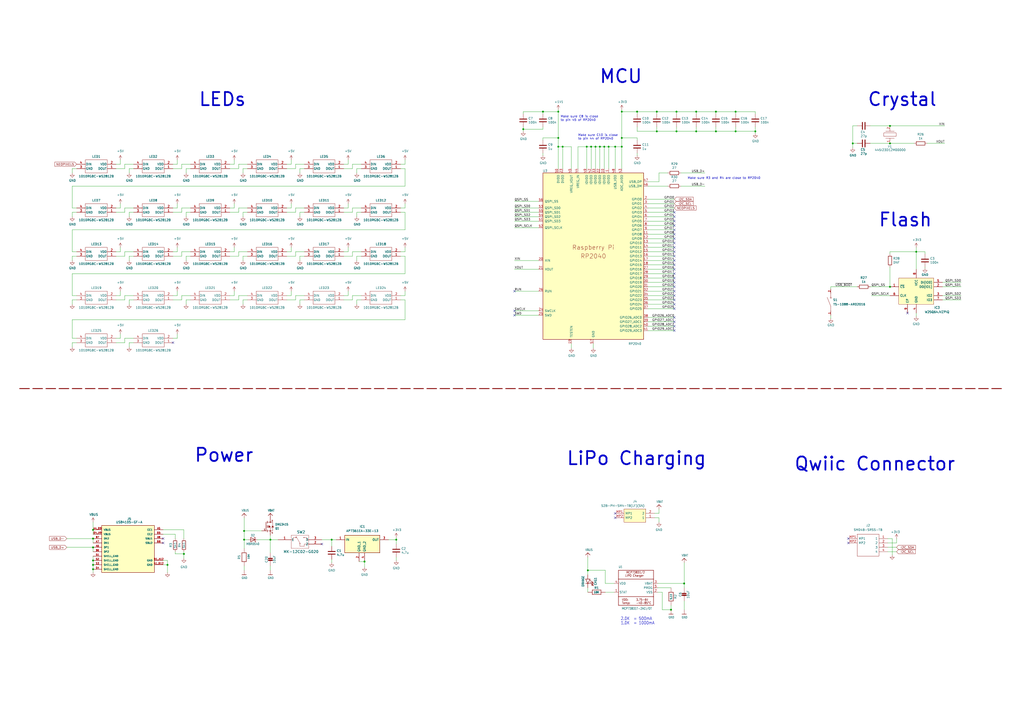
<source format=kicad_sch>
(kicad_sch (version 20231120) (generator "eeschema") (generator_version "8.0")
  (paper "A2")
  (junction (at 97.155 327.66))
  (junction (at 340.995 330.835))
  (junction (at 106.68 321.31))
  (junction (at 314.96 64.77))
  (junction (at 141.605 313.055))
  (junction (at 53.975 317.5))
  (junction (at 516.255 83.185))
  (junction (at 516.255 166.37))
  (junction (at 356.87 85.09))
  (junction (at 156.845 313.055))
  (junction (at 211.455 325.755))
  (junction (at 303.53 74.93))
  (junction (at 531.495 146.05))
  (junction (at 369.57 64.77))
  (junction (at 426.72 76.2))
  (junction (at 360.68 64.77))
  (junction (at 403.86 64.77))
  (junction (at 53.975 330.2))
  (junction (at 360.68 85.09))
  (junction (at 426.72 64.77))
  (junction (at 53.975 307.34))
  (junction (at 392.43 76.2))
  (junction (at 350.52 85.09))
  (junction (at 392.43 64.77))
  (junction (at 326.39 85.09))
  (junction (at 53.975 312.42))
  (junction (at 381 64.77))
  (junction (at 141.605 307.975))
  (junction (at 53.975 325.12))
  (junction (at 347.98 85.09))
  (junction (at 353.06 85.09))
  (junction (at 345.44 85.09))
  (junction (at 389.255 353.695))
  (junction (at 516.255 73.025))
  (junction (at 192.405 313.055))
  (junction (at 360.68 80.01))
  (junction (at 494.665 83.185))
  (junction (at 438.15 76.2))
  (junction (at 403.86 76.2))
  (junction (at 340.36 85.09))
  (junction (at 323.85 85.09))
  (junction (at 415.29 76.2))
  (junction (at 229.87 313.055))
  (junction (at 342.9 85.09))
  (junction (at 415.29 64.77))
  (junction (at 323.85 64.77))
  (junction (at 53.975 327.66))
  (junction (at 323.85 80.01))
  (junction (at 396.875 338.455))
  (junction (at 381 76.2))
  (no_connect (at 391.16 179.07))
  (no_connect (at 391.16 176.53))
  (no_connect (at 391.16 186.69))
  (no_connect (at 94.615 312.42))
  (no_connect (at 391.16 143.51))
  (no_connect (at 391.16 163.83))
  (no_connect (at 391.16 151.13))
  (no_connect (at 298.45 182.88))
  (no_connect (at 391.16 171.45))
  (no_connect (at 492.125 312.42))
  (no_connect (at 391.16 130.81))
  (no_connect (at 94.615 314.96))
  (no_connect (at 186.69 315.595))
  (no_connect (at 391.16 125.73))
  (no_connect (at 391.16 123.19))
  (no_connect (at 391.16 153.67))
  (no_connect (at 526.415 181.61))
  (no_connect (at 356.87 300.355))
  (no_connect (at 391.16 189.23))
  (no_connect (at 391.16 156.21))
  (no_connect (at 391.16 135.89))
  (no_connect (at 391.16 146.05))
  (no_connect (at 391.16 173.99))
  (no_connect (at 391.16 128.27))
  (no_connect (at 298.45 168.91))
  (no_connect (at 492.125 314.96))
  (no_connect (at 391.16 161.29))
  (no_connect (at 391.16 148.59))
  (no_connect (at 391.16 138.43))
  (no_connect (at 391.16 166.37))
  (no_connect (at 100.33 198.755))
  (no_connect (at 391.16 140.97))
  (no_connect (at 391.16 168.91))
  (no_connect (at 391.16 158.75))
  (no_connect (at 298.45 180.34))
  (no_connect (at 391.16 184.15))
  (no_connect (at 356.87 297.815))
  (no_connect (at 391.16 191.77))
  (no_connect (at 391.16 133.35))
  (wire (pts (xy 375.92 118.11) (xy 391.16 118.11)))
  (wire (pts (xy 171.45 171.45) (xy 171.45 173.99)))
  (wire (pts (xy 229.87 323.215) (xy 229.87 325.12)))
  (wire (pts (xy 166.37 146.05) (xy 168.91 146.05)))
  (wire (pts (xy 375.92 133.35) (xy 391.16 133.35)))
  (wire (pts (xy 176.53 146.05) (xy 171.45 146.05)))
  (wire (pts (xy 375.92 173.99) (xy 391.16 173.99)))
  (wire (pts (xy 375.92 138.43) (xy 391.16 138.43)))
  (wire (pts (xy 106.68 312.42) (xy 106.68 307.34)))
  (wire (pts (xy 225.425 313.055) (xy 229.87 313.055)))
  (wire (pts (xy 323.85 63.5) (xy 323.85 64.77)))
  (wire (pts (xy 379.73 297.815) (xy 382.27 297.815)))
  (wire (pts (xy 520.065 314.96) (xy 514.985 314.96)))
  (wire (pts (xy 53.975 317.5) (xy 53.975 320.04)))
  (wire (pts (xy 350.52 97.79) (xy 350.52 85.09)))
  (wire (pts (xy 314.96 80.01) (xy 323.85 80.01)))
  (wire (pts (xy 375.92 179.07) (xy 391.16 179.07)))
  (wire (pts (xy 41.91 198.755) (xy 44.45 198.755)))
  (wire (pts (xy 67.31 196.215) (xy 69.85 196.215)))
  (wire (pts (xy 74.93 148.59) (xy 77.47 148.59)))
  (wire (pts (xy 209.55 95.25) (xy 204.47 95.25)))
  (wire (pts (xy 156.845 310.515) (xy 156.845 313.055)) (stroke (width 0.1524)))
  (wire (pts (xy 67.31 95.25) (xy 69.85 95.25)))
  (wire (pts (xy 74.93 173.99) (xy 77.47 173.99)))
  (wire (pts (xy 105.41 173.99) (xy 100.33 173.99)))
  (wire (pts (xy 232.41 171.45) (xy 234.95 171.45)))
  (wire (pts (xy 426.72 76.2) (xy 438.15 76.2)))
  (wire (pts (xy 72.39 146.05) (xy 72.39 148.59)))
  (wire (pts (xy 41.91 173.99) (xy 44.45 173.99)))
  (wire (pts (xy 141.605 307.975) (xy 141.605 300.355)) (stroke (width 0.1524)))
  (wire (pts (xy 107.95 97.79) (xy 110.49 97.79)))
  (wire (pts (xy 102.87 92.71) (xy 102.87 95.25)))
  (wire (pts (xy 312.42 168.91) (xy 298.45 168.91)))
  (wire (pts (xy 74.93 198.755) (xy 77.47 198.755)))
  (wire (pts (xy 312.42 182.88) (xy 298.45 182.88)))
  (wire (pts (xy 375.92 186.69) (xy 391.16 186.69)))
  (wire (pts (xy 331.47 85.09) (xy 326.39 85.09)))
  (wire (pts (xy 546.735 166.37) (xy 557.53 166.37)))
  (wire (pts (xy 171.45 95.25) (xy 171.45 97.79)))
  (wire (pts (xy 379.73 300.355) (xy 382.27 300.355)))
  (wire (pts (xy 144.145 313.055) (xy 141.605 313.055)) (stroke (width 0.1524)))
  (wire (pts (xy 415.29 66.04) (xy 415.29 64.77)))
  (wire (pts (xy 166.37 171.45) (xy 168.91 171.45)))
  (wire (pts (xy 72.39 95.25) (xy 72.39 97.79)))
  (wire (pts (xy 375.92 107.95) (xy 387.35 107.95)))
  (wire (pts (xy 516.255 83.185) (xy 530.225 83.185)))
  (wire (pts (xy 110.49 120.65) (xy 105.41 120.65)))
  (wire (pts (xy 201.93 118.11) (xy 201.93 120.65)))
  (wire (pts (xy 234.95 118.11) (xy 234.95 120.65)))
  (wire (pts (xy 520.065 317.5) (xy 514.985 317.5)))
  (wire (pts (xy 351.155 343.535) (xy 356.235 343.535)) (stroke (width 0.1524)))
  (wire (pts (xy 173.99 148.59) (xy 176.53 148.59)))
  (wire (pts (xy 201.93 168.91) (xy 201.93 171.45)))
  (wire (pts (xy 171.45 120.65) (xy 171.45 123.19)))
  (wire (pts (xy 105.41 120.65) (xy 105.41 123.19)))
  (wire (pts (xy 546.735 163.83) (xy 557.53 163.83)))
  (wire (pts (xy 229.87 313.055) (xy 229.87 315.595)))
  (wire (pts (xy 381.635 340.995) (xy 389.255 340.995)) (stroke (width 0.1524)))
  (wire (pts (xy 209.55 171.45) (xy 204.47 171.45)))
  (wire (pts (xy 141.605 330.835) (xy 141.605 328.295)) (stroke (width 0.1524)))
  (wire (pts (xy 207.01 125.73) (xy 207.01 123.19)))
  (wire (pts (xy 323.85 85.09) (xy 323.85 97.79)))
  (wire (pts (xy 77.47 95.25) (xy 72.39 95.25)))
  (wire (pts (xy 204.47 146.05) (xy 204.47 148.59)))
  (wire (pts (xy 199.39 146.05) (xy 201.93 146.05)))
  (wire (pts (xy 72.39 123.19) (xy 67.31 123.19)))
  (wire (pts (xy 53.975 307.34) (xy 53.975 309.88)))
  (wire (pts (xy 106.68 323.85) (xy 106.68 321.31)))
  (wire (pts (xy 143.51 95.25) (xy 138.43 95.25)))
  (wire (pts (xy 298.45 120.65) (xy 312.42 120.65)))
  (wire (pts (xy 107.95 148.59) (xy 110.49 148.59)))
  (wire (pts (xy 211.455 328.93) (xy 211.455 325.755)))
  (wire (pts (xy 494.665 83.185) (xy 494.665 85.725)))
  (wire (pts (xy 173.99 173.99) (xy 176.53 173.99)))
  (wire (pts (xy 531.495 143.51) (xy 531.495 146.05)))
  (wire (pts (xy 340.36 85.09) (xy 342.9 85.09)))
  (wire (pts (xy 102.87 118.11) (xy 102.87 120.65)))
  (wire (pts (xy 381.635 338.455) (xy 396.875 338.455)) (stroke (width 0.1524)))
  (wire (pts (xy 375.92 171.45) (xy 391.16 171.45)))
  (wire (pts (xy 351.155 338.455) (xy 356.235 338.455)) (stroke (width 0.1524)))
  (wire (pts (xy 41.91 97.79) (xy 44.45 97.79)))
  (wire (pts (xy 138.43 171.45) (xy 138.43 173.99)))
  (wire (pts (xy 105.41 148.59) (xy 100.33 148.59)))
  (wire (pts (xy 168.91 92.71) (xy 168.91 95.25)))
  (wire (pts (xy 194.945 313.055) (xy 192.405 313.055)))
  (wire (pts (xy 531.495 183.515) (xy 531.495 181.61)))
  (wire (pts (xy 303.53 73.66) (xy 303.53 74.93)))
  (wire (pts (xy 135.89 168.91) (xy 135.89 171.45)))
  (wire (pts (xy 106.68 321.31) (xy 106.68 320.04)))
  (wire (pts (xy 69.85 118.11) (xy 69.85 120.65)))
  (wire (pts (xy 375.92 156.21) (xy 391.16 156.21)))
  (wire (pts (xy 375.92 176.53) (xy 391.16 176.53)))
  (wire (pts (xy 204.47 97.79) (xy 199.39 97.79)))
  (wire (pts (xy 340.995 330.835) (xy 351.155 330.835)) (stroke (width 0.1524)))
  (wire (pts (xy 156.845 313.055) (xy 161.29 313.055)))
  (wire (pts (xy 140.97 173.99) (xy 143.51 173.99)))
  (wire (pts (xy 396.875 326.39) (xy 396.875 338.455)) (stroke (width 0.1524)))
  (wire (pts (xy 356.87 97.79) (xy 356.87 85.09)))
  (wire (pts (xy 517.525 312.42) (xy 514.985 312.42)))
  (wire (pts (xy 520.065 320.04) (xy 514.985 320.04)))
  (wire (pts (xy 135.89 92.71) (xy 135.89 95.25)))
  (wire (pts (xy 41.91 146.05) (xy 44.45 146.05)))
  (wire (pts (xy 101.6 320.04) (xy 101.6 321.31)))
  (wire (pts (xy 77.47 120.65) (xy 72.39 120.65)))
  (wire (pts (xy 176.53 95.25) (xy 171.45 95.25)))
  (wire (pts (xy 207.01 173.99) (xy 209.55 173.99)))
  (wire (pts (xy 207.01 176.53) (xy 207.01 173.99)))
  (wire (pts (xy 516.255 154.94) (xy 516.255 166.37)))
  (wire (pts (xy 151.765 307.975) (xy 141.605 307.975)) (stroke (width 0.1524)))
  (wire (pts (xy 546.735 173.99) (xy 557.53 173.99)))
  (wire (pts (xy 204.47 171.45) (xy 204.47 173.99)))
  (wire (pts (xy 234.95 148.59) (xy 234.95 158.75)))
  (wire (pts (xy 186.69 313.055) (xy 192.405 313.055)))
  (wire (pts (xy 138.43 95.25) (xy 138.43 97.79)))
  (polyline (pts (xy 11.43 225.425) (xy 581.66 225.425)) (stroke (width 0.508) (type dash) (color 132 0 0 1)))
  (wire (pts (xy 173.99 151.13) (xy 173.99 148.59)))
  (wire (pts (xy 375.92 135.89) (xy 391.16 135.89)))
  (wire (pts (xy 176.53 171.45) (xy 171.45 171.45)))
  (wire (pts (xy 375.92 191.77) (xy 391.16 191.77)))
  (wire (pts (xy 375.92 115.57) (xy 391.16 115.57)))
  (wire (pts (xy 234.95 185.42) (xy 41.91 185.42)))
  (wire (pts (xy 106.68 307.34) (xy 94.615 307.34)))
  (wire (pts (xy 504.825 83.185) (xy 516.255 83.185)))
  (wire (pts (xy 173.99 97.79) (xy 176.53 97.79)))
  (wire (pts (xy 342.9 85.09) (xy 345.44 85.09)))
  (wire (pts (xy 415.29 73.66) (xy 415.29 76.2)))
  (wire (pts (xy 375.92 125.73) (xy 391.16 125.73)))
  (wire (pts (xy 97.155 325.12) (xy 94.615 325.12)))
  (wire (pts (xy 426.72 76.2) (xy 415.29 76.2)))
  (wire (pts (xy 204.47 123.19) (xy 199.39 123.19)))
  (wire (pts (xy 77.47 196.215) (xy 72.39 196.215)))
  (wire (pts (xy 41.91 158.75) (xy 41.91 171.45)))
  (wire (pts (xy 138.43 146.05) (xy 138.43 148.59)))
  (wire (pts (xy 312.42 180.34) (xy 298.45 180.34)))
  (wire (pts (xy 209.55 146.05) (xy 204.47 146.05)))
  (wire (pts (xy 143.51 146.05) (xy 138.43 146.05)))
  (wire (pts (xy 133.35 171.45) (xy 135.89 171.45)))
  (wire (pts (xy 168.91 143.51) (xy 168.91 146.05)))
  (wire (pts (xy 211.455 325.755) (xy 208.28 325.755)))
  (wire (pts (xy 382.27 300.355) (xy 382.27 302.895)))
  (wire (pts (xy 394.97 107.95) (xy 408.94 107.95)))
  (wire (pts (xy 394.97 100.33) (xy 408.94 100.33)))
  (wire (pts (xy 204.47 148.59) (xy 199.39 148.59)))
  (wire (pts (xy 149.225 313.055) (xy 156.845 313.055)) (stroke (width 0.1524)))
  (wire (pts (xy 381 76.2) (xy 369.57 76.2)))
  (wire (pts (xy 323.85 80.01) (xy 323.85 85.09)))
  (wire (pts (xy 326.39 97.79) (xy 326.39 85.09)))
  (wire (pts (xy 94.615 327.66) (xy 97.155 327.66)))
  (wire (pts (xy 105.41 97.79) (xy 100.33 97.79)))
  (wire (pts (xy 403.86 76.2) (xy 392.43 76.2)))
  (wire (pts (xy 331.47 97.79) (xy 331.47 85.09)))
  (wire (pts (xy 53.975 327.66) (xy 53.975 330.2)))
  (wire (pts (xy 340.995 330.835) (xy 340.995 333.375)))
  (wire (pts (xy 133.35 146.05) (xy 135.89 146.05)))
  (wire (pts (xy 74.93 97.79) (xy 77.47 97.79)))
  (wire (pts (xy 360.68 85.09) (xy 360.68 97.79)))
  (wire (pts (xy 41.91 125.73) (xy 41.91 123.19)))
  (wire (pts (xy 350.52 85.09) (xy 353.06 85.09)))
  (wire (pts (xy 173.99 176.53) (xy 173.99 173.99)))
  (wire (pts (xy 353.06 85.09) (xy 356.87 85.09)))
  (wire (pts (xy 536.575 154.94) (xy 536.575 155.575)))
  (wire (pts (xy 74.93 176.53) (xy 74.93 173.99)))
  (wire (pts (xy 375.92 105.41) (xy 382.27 105.41)))
  (wire (pts (xy 69.85 168.91) (xy 69.85 171.45)))
  (wire (pts (xy 360.68 63.5) (xy 360.68 64.77)))
  (wire (pts (xy 360.68 80.01) (xy 360.68 85.09)))
  (wire (pts (xy 382.27 100.33) (xy 382.27 105.41)))
  (wire (pts (xy 504.825 166.37) (xy 516.255 166.37)))
  (wire (pts (xy 403.86 66.04) (xy 403.86 64.77)))
  (wire (pts (xy 234.95 168.91) (xy 234.95 171.45)))
  (wire (pts (xy 110.49 171.45) (xy 105.41 171.45)))
  (wire (pts (xy 314.96 74.93) (xy 314.96 73.66)))
  (wire (pts (xy 335.28 97.79) (xy 335.28 85.09)))
  (wire (pts (xy 375.92 166.37) (xy 391.16 166.37)))
  (wire (pts (xy 342.9 97.79) (xy 342.9 85.09)))
  (wire (pts (xy 298.45 125.73) (xy 312.42 125.73)))
  (wire (pts (xy 381 66.04) (xy 381 64.77)))
  (wire (pts (xy 326.39 85.09) (xy 323.85 85.09)))
  (wire (pts (xy 41.91 171.45) (xy 44.45 171.45)))
  (wire (pts (xy 340.995 323.215) (xy 340.995 330.835)) (stroke (width 0.1524)))
  (wire (pts (xy 375.92 168.91) (xy 391.16 168.91)))
  (wire (pts (xy 105.41 171.45) (xy 105.41 173.99)))
  (wire (pts (xy 41.91 185.42) (xy 41.91 196.215)))
  (wire (pts (xy 199.39 120.65) (xy 201.93 120.65)))
  (wire (pts (xy 360.68 64.77) (xy 369.57 64.77)))
  (wire (pts (xy 97.155 332.105) (xy 97.155 327.66)))
  (wire (pts (xy 102.87 193.675) (xy 102.87 196.215)))
  (wire (pts (xy 375.92 146.05) (xy 391.16 146.05)))
  (wire (pts (xy 536.575 147.32) (xy 536.575 146.05)))
  (wire (pts (xy 173.99 100.33) (xy 173.99 97.79)))
  (wire (pts (xy 140.97 176.53) (xy 140.97 173.99)))
  (wire (pts (xy 135.89 118.11) (xy 135.89 120.65)))
  (wire (pts (xy 369.57 88.9) (xy 369.57 90.17)))
  (wire (pts (xy 140.97 97.79) (xy 143.51 97.79)))
  (wire (pts (xy 72.39 171.45) (xy 72.39 173.99)))
  (wire (pts (xy 41.91 120.65) (xy 44.45 120.65)))
  (wire (pts (xy 375.92 143.51) (xy 391.16 143.51)))
  (wire (pts (xy 546.735 171.45) (xy 557.53 171.45)))
  (wire (pts (xy 72.39 97.79) (xy 67.31 97.79)))
  (wire (pts (xy 41.91 151.13) (xy 41.91 148.59)))
  (wire (pts (xy 375.92 189.23) (xy 391.16 189.23)))
  (wire (pts (xy 67.31 146.05) (xy 69.85 146.05)))
  (wire (pts (xy 171.45 173.99) (xy 166.37 173.99)))
  (wire (pts (xy 347.98 85.09) (xy 350.52 85.09)))
  (wire (pts (xy 314.96 81.28) (xy 314.96 80.01)))
  (wire (pts (xy 204.47 173.99) (xy 199.39 173.99)))
  (wire (pts (xy 396.875 348.615) (xy 396.875 353.695)) (stroke (width 0.1524)))
  (wire (pts (xy 381.635 343.535) (xy 384.175 343.535)) (stroke (width 0.1524)))
  (wire (pts (xy 415.29 76.2) (xy 403.86 76.2)))
  (wire (pts (xy 369.57 64.77) (xy 381 64.77)))
  (wire (pts (xy 375.92 163.83) (xy 391.16 163.83)))
  (wire (pts (xy 516.255 146.05) (xy 531.495 146.05)))
  (wire (pts (xy 232.41 123.19) (xy 234.95 123.19)))
  (wire (pts (xy 298.45 151.13) (xy 312.42 151.13)))
  (wire (pts (xy 101.6 321.31) (xy 106.68 321.31)))
  (wire (pts (xy 207.01 151.13) (xy 207.01 148.59)))
  (wire (pts (xy 110.49 95.25) (xy 105.41 95.25)))
  (wire (pts (xy 340.36 97.79) (xy 340.36 85.09)))
  (wire (pts (xy 303.53 74.93) (xy 303.53 76.2)))
  (wire (pts (xy 41.91 133.35) (xy 41.91 146.05)))
  (wire (pts (xy 481.965 166.37) (xy 497.205 166.37)))
  (wire (pts (xy 140.97 151.13) (xy 140.97 148.59)))
  (wire (pts (xy 207.01 123.19) (xy 209.55 123.19)))
  (wire (pts (xy 392.43 66.04) (xy 392.43 64.77)))
  (wire (pts (xy 516.255 73.025) (xy 548.005 73.025)))
  (wire (pts (xy 392.43 76.2) (xy 381 76.2)))
  (wire (pts (xy 351.155 330.835) (xy 351.155 338.455)) (stroke (width 0.1524)))
  (wire (pts (xy 344.17 199.39) (xy 344.17 201.93)))
  (wire (pts (xy 375.92 158.75) (xy 391.16 158.75)))
  (wire (pts (xy 345.44 97.79) (xy 345.44 85.09)))
  (wire (pts (xy 335.28 85.09) (xy 340.36 85.09)))
  (wire (pts (xy 232.41 173.99) (xy 234.95 173.99)))
  (wire (pts (xy 166.37 95.25) (xy 168.91 95.25)))
  (wire (pts (xy 171.45 97.79) (xy 166.37 97.79)))
  (wire (pts (xy 74.93 201.295) (xy 74.93 198.755)))
  (wire (pts (xy 375.92 153.67) (xy 391.16 153.67)))
  (wire (pts (xy 303.53 74.93) (xy 314.96 74.93)))
  (wire (pts (xy 381 73.66) (xy 381 76.2)))
  (wire (pts (xy 44.45 196.215) (xy 41.91 196.215)))
  (wire (pts (xy 207.01 97.79) (xy 209.55 97.79)))
  (wire (pts (xy 141.605 318.135) (xy 141.605 313.055)) (stroke (width 0.1524)))
  (wire (pts (xy 67.31 120.65) (xy 69.85 120.65)))
  (wire (pts (xy 369.57 73.66) (xy 369.57 76.2)))
  (wire (pts (xy 312.42 156.21) (xy 298.45 156.21)))
  (wire (pts (xy 340.995 340.995) (xy 340.995 343.535)))
  (wire (pts (xy 41.91 198.755) (xy 41.91 201.295)))
  (wire (pts (xy 314.96 66.04) (xy 314.96 64.77)))
  (wire (pts (xy 67.31 171.45) (xy 69.85 171.45)))
  (wire (pts (xy 201.93 92.71) (xy 201.93 95.25)))
  (wire (pts (xy 140.97 125.73) (xy 140.97 123.19)))
  (wire (pts (xy 426.72 64.77) (xy 438.15 64.77)))
  (wire (pts (xy 232.41 146.05) (xy 234.95 146.05)))
  (wire (pts (xy 347.98 97.79) (xy 347.98 85.09)))
  (wire (pts (xy 531.495 146.05) (xy 531.495 156.21)))
  (wire (pts (xy 314.96 88.9) (xy 314.96 90.17)))
  (wire (pts (xy 171.45 146.05) (xy 171.45 148.59)))
  (wire (pts (xy 41.91 107.95) (xy 41.91 120.65)))
  (wire (pts (xy 438.15 73.66) (xy 438.15 76.2)))
  (wire (pts (xy 375.92 130.81) (xy 391.16 130.81)))
  (wire (pts (xy 505.46 171.45) (xy 516.255 171.45)))
  (wire (pts (xy 102.87 168.91) (xy 102.87 171.45)))
  (wire (pts (xy 232.41 120.65) (xy 234.95 120.65)))
  (wire (pts (xy 133.35 95.25) (xy 135.89 95.25)))
  (wire (pts (xy 77.47 146.05) (xy 72.39 146.05)))
  (wire (pts (xy 38.735 312.42) (xy 53.975 312.42)))
  (wire (pts (xy 41.91 100.33) (xy 41.91 97.79)))
  (wire (pts (xy 72.39 198.755) (xy 67.31 198.755)))
  (wire (pts (xy 192.405 313.055) (xy 192.405 316.865)))
  (wire (pts (xy 192.405 326.39) (xy 192.405 324.485)))
  (wire (pts (xy 97.155 327.66) (xy 97.155 325.12)))
  (wire (pts (xy 396.875 338.455) (xy 396.875 340.995)) (stroke (width 0.1524)))
  (wire (pts (xy 369.57 81.28) (xy 369.57 80.01)))
  (wire (pts (xy 133.35 120.65) (xy 135.89 120.65)))
  (wire (pts (xy 234.95 158.75) (xy 41.91 158.75)))
  (wire (pts (xy 298.45 123.19) (xy 312.42 123.19)))
  (wire (pts (xy 207.01 148.59) (xy 209.55 148.59)))
  (wire (pts (xy 303.53 66.04) (xy 303.53 64.77)))
  (wire (pts (xy 102.87 143.51) (xy 102.87 146.05)))
  (wire (pts (xy 504.825 73.025) (xy 516.255 73.025)))
  (wire (pts (xy 375.92 140.97) (xy 391.16 140.97)))
  (wire (pts (xy 140.97 148.59) (xy 143.51 148.59)))
  (wire (pts (xy 100.33 171.45) (xy 102.87 171.45)))
  (wire (pts (xy 199.39 95.25) (xy 201.93 95.25)))
  (wire (pts (xy 53.975 322.58) (xy 53.975 325.12)))
  (wire (pts (xy 204.47 95.25) (xy 204.47 97.79)))
  (wire (pts (xy 69.85 92.71) (xy 69.85 95.25)))
  (wire (pts (xy 234.95 97.79) (xy 234.95 107.95)))
  (wire (pts (xy 168.91 118.11) (xy 168.91 120.65)))
  (wire (pts (xy 403.86 64.77) (xy 415.29 64.77)))
  (wire (pts (xy 77.47 171.45) (xy 72.39 171.45)))
  (wire (pts (xy 168.91 168.91) (xy 168.91 171.45)))
  (wire (pts (xy 41.91 176.53) (xy 41.91 173.99)))
  (wire (pts (xy 360.68 80.01) (xy 369.57 80.01)))
  (wire (pts (xy 323.85 64.77) (xy 323.85 80.01)))
  (wire (pts (xy 520.065 312.42) (xy 520.065 314.96)))
  (wire (pts (xy 382.27 100.33) (xy 387.35 100.33)))
  (wire (pts (xy 100.33 95.25) (xy 102.87 95.25)))
  (wire (pts (xy 72.39 120.65) (xy 72.39 123.19)))
  (wire (pts (xy 176.53 120.65) (xy 171.45 120.65)))
  (wire (pts (xy 204.47 120.65) (xy 204.47 123.19)))
  (wire (pts (xy 135.89 143.51) (xy 135.89 146.05)))
  (wire (pts (xy 403.86 73.66) (xy 403.86 76.2)))
  (wire (pts (xy 100.33 120.65) (xy 102.87 120.65)))
  (wire (pts (xy 171.45 123.19) (xy 166.37 123.19)))
  (wire (pts (xy 375.92 161.29) (xy 391.16 161.29)))
  (wire (pts (xy 173.99 123.19) (xy 176.53 123.19)))
  (wire (pts (xy 110.49 146.05) (xy 105.41 146.05)))
  (wire (pts (xy 375.92 123.19) (xy 391.16 123.19)))
  (wire (pts (xy 426.72 66.04) (xy 426.72 64.77)))
  (wire (pts (xy 41.91 148.59) (xy 44.45 148.59)))
  (wire (pts (xy 74.93 151.13) (xy 74.93 148.59)))
  (wire (pts (xy 201.93 143.51) (xy 201.93 146.05)))
  (wire (pts (xy 481.965 166.37) (xy 481.965 167.64)))
  (wire (pts (xy 375.92 128.27) (xy 391.16 128.27)))
  (wire (pts (xy 438.15 66.04) (xy 438.15 64.77)))
  (wire (pts (xy 381 64.77) (xy 392.43 64.77)))
  (wire (pts (xy 69.85 143.51) (xy 69.85 146.05)))
  (wire (pts (xy 105.41 95.25) (xy 105.41 97.79)))
  (wire (pts (xy 415.29 64.77) (xy 426.72 64.77)))
  (wire (pts (xy 53.975 302.895) (xy 53.975 307.34)))
  (wire (pts (xy 38.735 317.5) (xy 53.975 317.5)))
  (wire (pts (xy 173.99 125.73) (xy 173.99 123.19)))
  (wire (pts (xy 392.43 73.66) (xy 392.43 76.2)))
  (wire (pts (xy 107.95 125.73) (xy 107.95 123.19)))
  (wire (pts (xy 209.55 120.65) (xy 204.47 120.65)))
  (wire (pts (xy 384.175 353.695) (xy 389.255 353.695)) (stroke (width 0.1524)))
  (wire (pts (xy 94.615 309.88) (xy 101.6 309.88)))
  (wire (pts (xy 72.39 196.215) (xy 72.39 198.755)))
  (wire (pts (xy 41.91 123.19) (xy 44.45 123.19)))
  (wire (pts (xy 312.42 132.08) (xy 298.45 132.08)))
  (wire (pts (xy 234.95 133.35) (xy 41.91 133.35)))
  (wire (pts (xy 481.965 184.785) (xy 481.965 182.88)))
  (wire (pts (xy 303.53 64.77) (xy 314.96 64.77)))
  (wire (pts (xy 74.93 100.33) (xy 74.93 97.79)))
  (wire (pts (xy 207.01 100.33) (xy 207.01 97.79)))
  (wire (pts (xy 375.92 184.15) (xy 391.16 184.15)))
  (wire (pts (xy 234.95 92.71) (xy 234.95 95.25)))
  (wire (pts (xy 375.92 151.13) (xy 391.16 151.13)))
  (wire (pts (xy 312.42 116.84) (xy 298.45 116.84)))
  (wire (pts (xy 298.45 128.27) (xy 312.42 128.27)))
  (wire (pts (xy 234.95 173.99) (xy 234.95 185.42)))
  (wire (pts (xy 537.845 83.185) (xy 548.005 83.185)))
  (wire (pts (xy 138.43 123.19) (xy 133.35 123.19)))
  (wire (pts (xy 331.47 199.39) (xy 331.47 201.93)))
  (wire (pts (xy 497.205 83.185) (xy 494.665 83.185)))
  (wire (pts (xy 72.39 173.99) (xy 67.31 173.99)))
  (wire (pts (xy 171.45 148.59) (xy 166.37 148.59)))
  (wire (pts (xy 105.41 123.19) (xy 100.33 123.19)))
  (wire (pts (xy 360.68 64.77) (xy 360.68 80.01)))
  (wire (pts (xy 100.33 196.215) (xy 102.87 196.215)))
  (wire (pts (xy 516.255 147.32) (xy 516.255 146.05)))
  (wire (pts (xy 140.97 123.19) (xy 143.51 123.19)))
  (wire (pts (xy 166.37 120.65) (xy 168.91 120.65)))
  (wire (pts (xy 517.525 321.945) (xy 517.525 312.42)))
  (wire (pts (xy 138.43 173.99) (xy 133.35 173.99)))
  (wire (pts (xy 375.92 148.59) (xy 391.16 148.59)))
  (wire (pts (xy 232.41 148.59) (xy 234.95 148.59)))
  (wire (pts (xy 140.97 100.33) (xy 140.97 97.79)))
  (wire (pts (xy 232.41 95.25) (xy 234.95 95.25)))
  (wire (pts (xy 69.85 193.675) (xy 69.85 196.215)))
  (wire (pts (xy 53.975 332.105) (xy 53.975 330.2)))
  (wire (pts (xy 438.15 76.2) (xy 438.15 77.47)))
  (wire (pts (xy 392.43 64.77) (xy 403.86 64.77)))
  (wire (pts (xy 156.845 328.295) (xy 156.845 330.835)) (stroke (width 0.1524)))
  (wire (pts (xy 375.92 120.65) (xy 391.16 120.65)))
  (wire (pts (xy 143.51 120.65) (xy 138.43 120.65)))
  (wire (pts (xy 72.39 148.59) (xy 67.31 148.59)))
  (wire (pts (xy 107.95 151.13) (xy 107.95 148.59)))
  (wire (pts (xy 536.575 146.05) (xy 531.495 146.05)))
  (wire (pts (xy 107.95 100.33) (xy 107.95 97.79)))
  (wire (pts (xy 232.41 97.79) (xy 234.95 97.79)))
  (wire (pts (xy 141.605 313.055) (xy 141.605 307.975)) (stroke (width 0.1524)))
  (wire (pts (xy 138.43 148.59) (xy 133.35 148.59)))
  (wire (pts (xy 105.41 146.05) (xy 105.41 148.59)))
  (wire (pts (xy 234.95 143.51) (xy 234.95 146.05)))
  (wire (pts (xy 143.51 171.45) (xy 138.43 171.45)))
  (wire (pts (xy 74.93 123.19) (xy 77.47 123.19)))
  (wire (pts (xy 234.95 107.95) (xy 41.91 107.95)))
  (wire (pts (xy 138.43 120.65) (xy 138.43 123.19)))
  (wire (pts (xy 382.27 297.815) (xy 382.27 295.275)))
  (wire (pts (xy 345.44 85.09) (xy 347.98 85.09)))
  (wire (pts (xy 74.93 125.73) (xy 74.93 123.19)))
  (wire (pts (xy 107.95 176.53) (xy 107.95 173.99)))
  (wire (pts (xy 389.255 351.155) (xy 389.255 353.695)) (stroke (width 0.1524)))
  (wire (pts (xy 199.39 171.45) (xy 201.93 171.45)))
  (wire (pts (xy 353.06 85.09) (xy 353.06 97.79)))
  (wire (pts (xy 229.87 313.055) (xy 229.87 311.785)))
  (wire (pts (xy 497.205 73.025) (xy 494.665 73.025)))
  (wire (pts (xy 100.33 146.05) (xy 102.87 146.05)))
  (wire (pts (xy 356.87 85.09) (xy 360.68 85.09)))
  (wire (pts (xy 107.95 123.19) (xy 110.49 123.19)))
  (wire (pts (xy 384.175 343.535) (xy 384.175 353.695)) (stroke (width 0.1524)))
  (wire (pts (xy 494.665 73.025) (xy 494.665 83.185)))
  (wire (pts (xy 101.6 312.42) (xy 101.6 309.88)))
  (wire (pts (xy 138.43 97.79) (xy 133.35 97.79)))
  (wire (pts (xy 426.72 73.66) (xy 426.72 76.2)))
  (wire (pts (xy 107.95 173.99) (xy 110.49 173.99)))
  (wire (pts (xy 156.845 313.055) (xy 156.845 320.675)) (stroke (width 0.1524)))
  (wire (pts (xy 369.57 66.04) (xy 369.57 64.77)))
  (wire (pts (xy 234.95 123.19) (xy 234.95 133.35)))
  (wire (pts (xy 53.975 312.42) (xy 53.975 314.96)))
  (wire (pts (xy 314.96 64.77) (xy 323.85 64.77)))
  (wire (pts (xy 53.975 325.12) (xy 53.975 327.66)))
  (text "2.0K  = 500mA" (at 360.045 360.045 0) (effects (font (size 1.778 1.5113)) (justify left bottom)))
  (text "Crystal\n" (at 502.92 62.23 0) (effects (font (size 7.62 7.62) (thickness 1.016) (bold yes)) (justify left bottom)))
  (text "Make sure C10 is close\nto pin 44 of RP2040" (at 335.28 81.28 0) (effects (font (size 1.27 1.27)) (justify left bottom)))
  (text "Power" (at 112.395 268.605 0) (effects (font (size 7.62 7.62) (thickness 1.016) (bold yes)) (justify left bottom)))
  (text "LEDs" (at 114.935 62.23 0) (effects (font (size 7.62 7.62) (thickness 1.016) (bold yes)) (justify left bottom)))
  (text "LiPo Charging" (at 328.295 270.51 0) (effects (font (size 7.62 7.62) (thickness 1.016) (bold yes)) (justify left bottom)))
  (text "1.0K  = 1000mA" (at 360.045 362.585 0) (effects (font (size 1.778 1.5113)) (justify left bottom)))
  (text "Make sure C8 is close\nto pin 45 of RP2040" (at 325.12 70.485 0) (effects (font (size 1.27 1.27)) (justify left bottom)))
  (text "Qwiic Connector" (at 460.375 273.685 0) (effects (font (size 7.62 7.62) (thickness 1.016) (bold yes)) (justify left bottom)))
  (text "Make sure R3 and R4 are close to RP2040" (at 398.78 104.14 0) (effects (font (size 1.27 1.27)) (justify left bottom)))
  (text "Flash\n" (at 509.27 132.08 0) (effects (font (size 7.62 7.62) (thickness 1.016) (bold yes)) (justify left bottom)))
  (text "MCU" (at 347.345 48.895 0) (effects (font (size 7.62 7.62) (thickness 1.016) (bold yes)) (justify left bottom)))
  (label "GPIO3" (at 391.16 123.19 180))
  (label "SWCLK" (at 298.45 180.34 0))
  (label "GPIO20" (at 391.16 166.37 180))
  (label "GPIO0" (at 391.16 115.57 180))
  (label "SWD" (at 298.45 182.88 0))
  (label "GPIO7" (at 391.16 133.35 180))
  (label "QSPI_SS" (at 298.45 116.84 0))
  (label "QSPI_SS" (at 505.46 166.37 0))
  (label "QSPI_SD2" (at 298.45 125.73 0))
  (label "QSPI_SD2" (at 557.53 171.45 180))
  (label "GPIO17" (at 391.16 158.75 180))
  (label "GPIO27_ADC1" (at 391.16 186.69 180))
  (label "QSPI_SD0" (at 557.53 163.83 180))
  (label "GPIO13" (at 391.16 148.59 180))
  (label "USB_D-" (at 408.94 107.95 180))
  (label "GPIO10" (at 391.16 140.97 180))
  (label "GPIO15" (at 391.16 153.67 180))
  (label "GPIO12" (at 391.16 146.05 180))
  (label "GPIO11" (at 391.16 143.51 180))
  (label "QSPI_SD1" (at 557.53 166.37 180))
  (label "GPIO26_ADC0" (at 391.16 184.15 180))
  (label "GPIO24" (at 391.16 176.53 180))
  (label "XOUT" (at 548.005 83.185 180))
  (label "GPIO4" (at 391.16 125.73 180))
  (label "GPIO22" (at 391.16 171.45 180))
  (label "USB_D+" (at 408.94 100.33 180))
  (label "GPIO23" (at 391.16 173.99 180))
  (label "QSPI_SD1" (at 298.45 123.19 0))
  (label "QSPI_SD0" (at 298.45 120.65 0))
  (label "XOUT" (at 298.45 156.21 0))
  (label "RUN" (at 298.45 168.91 0))
  (label "QSPI_SD3" (at 557.53 173.99 180))
  (label "~{USB_BOOT}" (at 484.505 166.37 0))
  (label "QSPI_SD3" (at 298.45 128.27 0))
  (label "GPIO19" (at 391.16 163.83 180))
  (label "GPIO1" (at 391.16 118.11 180))
  (label "GPIO28_ADC2" (at 391.16 189.23 180))
  (label "GPIO5" (at 391.16 128.27 180))
  (label "GPIO2" (at 391.16 120.65 180))
  (label "GPIO8" (at 391.16 135.89 180))
  (label "GPIO16" (at 391.16 156.21 180))
  (label "GPIO18" (at 391.16 161.29 180))
  (label "GPIO25" (at 391.16 179.07 180))
  (label "GPIO14" (at 391.16 151.13 180))
  (label "XIN" (at 548.005 73.025 180))
  (label "GPIO29_ADC3" (at 391.16 191.77 180))
  (label "GPIO21" (at 391.16 168.91 180))
  (label "QSPI_SCLK" (at 505.46 171.45 0))
  (label "QSPI_SCLK" (at 298.45 132.08 0))
  (label "GPIO9" (at 391.16 138.43 180))
  (label "XIN" (at 298.45 151.13 0))
  (label "GPIO6" (at 391.16 130.81 180))
  (global_label "USB_D-" (shape input) (at 38.735 312.42 180) (property "Intersheetrefs" "${INTERSHEET_REFS}" (effects (hide yes))))
  (global_label " I2C_SDA" (shape input) (at 520.065 317.5 0) (property "Intersheetrefs" "${INTERSHEET_REFS}" (effects (hide yes))))
  (global_label "NEOPIXELS" (shape input) (at 44.45 95.25 180) (property "Intersheetrefs" "${INTERSHEET_REFS}" (effects (hide yes))))
  (global_label " I2C_SCL" (shape input) (at 520.065 320.04 0) (property "Intersheetrefs" "${INTERSHEET_REFS}" (effects (hide yes))))
  (global_label "NEOPIXELS" (shape input) (at 391.16 120.65 0) (property "Intersheetrefs" "${INTERSHEET_REFS}" (effects (hide yes))))
  (global_label " I2C_SCL" (shape input) (at 391.16 118.11 0) (property "Intersheetrefs" "${INTERSHEET_REFS}" (effects (hide yes))))
  (global_label "USB_D+" (shape input) (at 38.735 317.5 180) (property "Intersheetrefs" "${INTERSHEET_REFS}" (effects (hide yes))))
  (global_label " I2C_SDA" (shape input) (at 391.16 115.57 0) (property "Intersheetrefs" "${INTERSHEET_REFS}" (effects (hide yes))))
  (symbol (lib_id "power:GND") (at 74.93 176.53 0) (unit 1)
    (property "Reference" "#PWR039" (effects (hide yes)))
    (property "Value" "GND" (effects (hide yes)))
  )
  (symbol (lib_id "power:+3V3") (at 229.87 311.785 0) (unit 1)
    (property "Reference" "#PWR0110" (effects (hide yes)))
    (property "Value" "+3V3" (at 230.251 307.3908 0))
  )
  (symbol (lib_id "Device:C") (at 229.87 319.405 0) (unit 1)
    (property "Reference" "C2" (at 232.791 318.2366 0) (effects (justify left)))
    (property "Value" "4.7u" (at 232.791 320.548 0) (effects (justify left)))
    (property "Footprint" "Capacitor_SMD:C_0603_1608Metric" (effects (hide yes)))
  )
  (symbol (lib_id "53261-0271:53261-0271") (at 379.73 297.815 0) (mirror y) (unit 1)
    (property "Reference" "J4" (at 368.3 290.83 0))
    (property "Value" "S2B-PH-SM4-TB(LF)(SN)" (at 361.315 293.37 0))
    (property "Footprint" "Connector_JST:JST_PH_S2B-PH-SM4-TB_1x02-1MP_P2.00mm_Horizontal" (effects (hide yes)))
    (property "Datasheet" "https://www.molex.com/pdm_docs/sd/532610271_sd.pdf" (effects (hide yes)))
    (property "Description" "1.25mm Pitch, PicoBlade PCB Header, Single Row, Right-Angle, Surface Mount, Tin (Sn) Plating, Friction Lock,  Circuits, Tape and Reel" (effects (hide yes)))
    (property "Height" "3.65" (effects (hide yes)))
    (property "Mouser Part Number" "538-53261-0271" (effects (hide yes)))
    (property "Mouser Price/Stock" "https://www.mouser.co.uk/ProductDetail/Molex/53261-0271?qs=%252B72YyncTwW%252B8%252BBjraxGf3A%3D%3D" (effects (hide yes)))
    (property "Manufacturer_Name" "Molex" (effects (hide yes)))
    (property "Manufacturer_Part_Number" "53261-0271" (effects (hide yes)))
  )
  (symbol (lib_id "power:GND") (at 41.91 151.13 0) (unit 1)
    (property "Reference" "#PWR025" (effects (hide yes)))
    (property "Value" "GND" (at 42.037 155.5242 0))
  )
  (symbol (lib_id "Adafruit Feather RP2040-eagle-import:CAP_CERAMIC0805-NOOUTLINE") (at 396.875 346.075 0) (unit 1)
    (property "Reference" "C6" (at 394.585 344.825 90))
    (property "Value" "10uF" (at 399.175 344.825 90))
    (property "Footprint" "Capacitor_SMD:C_0805_2012Metric" (effects (hide yes)))
  )
  (symbol (lib_id "power:GND") (at 74.93 125.73 0) (unit 1)
    (property "Reference" "#PWR015" (effects (hide yes)))
    (property "Value" "GND" (at 75.057 130.1242 0))
  )
  (symbol (lib_id "XL-1010RGBC-WS2812B:XL-1010RGBC-WS2812B") (at 187.96 147.32 180) (unit 1)
    (property "Reference" "LED17" (at 187.96 141.605 0))
    (property "Value" "1010RGBC-WS2812B" (at 187.96 153.035 0))
    (property "Footprint" "XL-1010RGBC-WS2812B:SMD4_XL-1010RGBC_XLG" (effects (hide yes)))
    (property "Datasheet" "XL-1010RGBC-WS2812B" (effects (hide yes)))
  )
  (symbol (lib_id "power:GND") (at 192.405 326.39 0) (unit 1)
    (property "Reference" "#PWR50" (effects (hide yes)))
    (property "Value" "GND" (at 192.405 330.835 0))
  )
  (symbol (lib_id "power:+5V") (at 69.85 143.51 0) (unit 1)
    (property "Reference" "#PWR026" (effects (hide yes)))
    (property "Value" "+5V" (at 69.85 138.43 0))
  )
  (symbol (lib_id "power:GND") (at 438.15 77.47 0) (unit 1)
    (property "Reference" "#PWR0118" (effects (hide yes)))
    (property "Value" "GND" (at 438.277 81.8642 0))
  )
  (symbol (lib_id "power:+5V") (at 135.89 118.11 0) (unit 1)
    (property "Reference" "#PWR018" (effects (hide yes)))
    (property "Value" "+5V" (at 135.89 113.03 0))
  )
  (symbol (lib_id "Adafruit Feather RP2040-eagle-import:MCP73831/2") (at 368.935 340.995 0) (unit 1)
    (property "Reference" "U1" (at 358.775 329.565 0) (effects (font (size 1.27 1.0795)) (justify left bottom)))
    (property "Value" "MCP73831T-2ACI/OT" (at 360.68 353.695 0) (effects (font (size 1.27 1.0795)) (justify left bottom)))
    (property "Footprint" "MCP73831T-2ACI:SOT95P270X145-5N" (effects (hide yes)))
  )
  (symbol (lib_id "power:GND") (at 211.455 328.93 0) (unit 1)
    (property "Reference" "#PWR49" (effects (hide yes)))
    (property "Value" "GND" (at 211.455 333.375 0))
  )
  (symbol (lib_id "Adafruit Feather RP2040-eagle-import:CAP_CERAMIC0805-NOOUTLINE") (at 156.845 325.755 0) (unit 1)
    (property "Reference" "C20" (at 154.555 324.505 90))
    (property "Value" "10uF" (at 159.145 324.505 90))
    (property "Footprint" "Capacitor_SMD:C_0805_2012Metric" (effects (hide yes)))
  )
  (symbol (lib_id "power:GND") (at 74.93 201.295 0) (unit 1)
    (property "Reference" "#PWR59" (effects (hide yes)))
    (property "Value" "GND" (effects (hide yes)))
  )
  (symbol (lib_id "SM04B-SRSS-TB:SM04B-SRSS-TB") (at 492.125 312.42 0) (unit 1)
    (property "Reference" "J2" (at 503.555 304.8 0))
    (property "Value" "SM04B-SRSS-TB" (at 503.555 307.34 0))
    (property "Footprint" "SM04B-SRSS-TB:SM04BSRSSTB" (effects (hide yes)))
    (property "Datasheet" "https://www.jst-mfg.com/product/pdf/eng/eSH.pdf?61bf6c80a2dbc" (effects (hide yes)))
    (property "Description" "CONN HEADER SMD R/A 4POS 1MM" (effects (hide yes)))
    (property "Height" "2.9" (effects (hide yes)))
    (property "Manufacturer_Name" "JST (JAPAN SOLDERLESS TERMINALS)" (effects (hide yes)))
    (property "Manufacturer_Part_Number" "SM04B-SRSS-TB" (effects (hide yes)))
  )
  (symbol (lib_id "XL-1010RGBC-WS2812B:XL-1010RGBC-WS2812B") (at 187.96 172.72 180) (unit 1)
    (property "Reference" "LED23" (at 187.96 167.005 0))
    (property "Value" "1010RGBC-WS2812B" (at 187.96 178.435 0))
    (property "Footprint" "XL-1010RGBC-WS2812B:SMD4_XL-1010RGBC_XLG" (effects (hide yes)))
    (property "Datasheet" "XL-1010RGBC-WS2812B" (effects (hide yes)))
  )
  (symbol (lib_id "power:VBUS") (at 53.975 302.895 0) (unit 1)
    (property "Reference" "#PWR56" (effects (hide yes)))
    (property "Value" "VBUS" (at 54.356 298.5008 0))
  )
  (symbol (lib_id "Device:C") (at 501.015 73.025 270) (unit 1)
    (property "Reference" "C4" (at 499.1735 76.6191 90) (effects (justify left)))
    (property "Value" "27p" (at 499.1735 78.9305 90) (effects (justify left)))
    (property "Footprint" "Capacitor_SMD:C_0402_1005Metric" (effects (hide yes)))
  )
  (symbol (lib_id "power:GND") (at 173.99 125.73 0) (unit 1)
    (property "Reference" "#PWR021" (effects (hide yes)))
    (property "Value" "GND" (at 174.117 130.1242 0))
  )
  (symbol (lib_id "power:+5V") (at 201.93 168.91 0) (unit 1)
    (property "Reference" "#PWR046" (effects (hide yes)))
    (property "Value" "+5V" (at 201.93 163.83 0))
  )
  (symbol (lib_id "power:GND") (at 481.965 184.785 0) (unit 1)
    (property "Reference" "#PWR0111" (effects (hide yes)))
    (property "Value" "GND" (at 481.965 188.595 0))
  )
  (symbol (lib_id "Adafruit Feather RP2040-eagle-import:GND") (at 389.255 356.235 0) (unit 1)
    (property "Reference" "#U$8" (effects (hide yes)))
    (property "Value" "GND" (at 387.731 358.775 0) (effects (font (size 1.27 1.0795)) (justify left bottom)))
  )
  (symbol (lib_id "XL-1010RGBC-WS2812B:XL-1010RGBC-WS2812B") (at 55.88 121.92 180) (unit 1)
    (property "Reference" "LED7" (at 55.88 116.205 0))
    (property "Value" "1010RGBC-WS2812B" (at 55.88 127.635 0))
    (property "Footprint" "XL-1010RGBC-WS2812B:SMD4_XL-1010RGBC_XLG" (effects (hide yes)))
    (property "Datasheet" "XL-1010RGBC-WS2812B" (effects (hide yes)))
  )
  (symbol (lib_id "445I23D12M00000:445I23D12M00000") (at 516.255 83.185 90) (unit 1)
    (property "Reference" "Y1" (at 514.985 85.09 90) (effects (justify right)))
    (property "Value" "445I23D12M00000" (at 507.365 86.995 90) (effects (justify right)))
    (property "Footprint" "445I23D12M00000:445I23D24M00000" (effects (hide yes)))
    (property "Datasheet" "https://www.ctscorp.com/wp-content/uploads/445.pdf" (effects (hide yes)))
    (property "Description" "CTS 12MHz Crystal Unit 5 x 3.2 mm Glass Seal 2-Pin 5 x 3.2 x 1.35mm" (effects (hide yes)))
    (property "Height" "1.35" (effects (hide yes)))
    (property "Mouser Part Number" "774-445I23D12M00000" (effects (hide yes)))
    (property "Mouser Price/Stock" "https://www.mouser.co.uk/ProductDetail/CTS-Electronic-Components/445I23D12M00000?qs=FP1Nkeq3mZ%252B08JSIL2fBKw%3D%3D" (effects (hide yes)))
    (property "Manufacturer_Name" "CTS" (effects (hide yes)))
    (property "Manufacturer_Part_Number" "445I23D12M00000" (effects (hide yes)))
  )
  (symbol (lib_id "Device:R") (at 516.255 151.13 0) (unit 1)
    (property "Reference" "R28" (at 518.033 149.9616 0) (effects (justify left)))
    (property "Value" "DNF" (at 518.033 152.273 0) (effects (justify left)))
    (property "Footprint" "Resistor_SMD:R_0402_1005Metric" (effects (hide yes)))
  )
  (symbol (lib_id "Adafruit Feather RP2040-eagle-import:VBAT") (at 396.875 323.85 0) (unit 1)
    (property "Reference" "#U$9" (effects (hide yes)))
    (property "Value" "VBAT" (at 395.351 322.834 0) (effects (font (size 1.27 1.0795)) (justify left bottom)))
  )
  (symbol (lib_id "power:GND") (at 344.17 201.93 0) (unit 1)
    (property "Reference" "#PWR0120" (effects (hide yes)))
    (property "Value" "GND" (at 344.297 206.3242 0))
  )
  (symbol (lib_id "Device:C") (at 192.405 320.675 0) (unit 1)
    (property "Reference" "C1" (at 195.326 319.5066 0) (effects (justify left)))
    (property "Value" "4.7u" (at 195.326 321.818 0) (effects (justify left)))
    (property "Footprint" "Capacitor_SMD:C_0603_1608Metric" (effects (hide yes)))
  )
  (symbol (lib_id "Device:C") (at 314.96 85.09 0) (unit 1)
    (property "Reference" "C9" (at 317.881 83.9216 0) (effects (justify left)))
    (property "Value" "1u" (at 317.881 86.233 0) (effects (justify left)))
    (property "Footprint" "Capacitor_SMD:C_0402_1005Metric" (effects (hide yes)))
  )
  (symbol (lib_id "power:+5V") (at 234.95 118.11 0) (unit 1)
    (property "Reference" "#PWR024" (effects (hide yes)))
    (property "Value" "+5V" (at 234.95 113.03 0))
  )
  (symbol (lib_id "Adafruit Feather RP2040-eagle-import:GND") (at 396.875 356.235 0) (unit 1)
    (property "Reference" "#U$10" (effects (hide yes)))
    (property "Value" "GND" (at 395.351 358.775 0) (effects (font (size 1.27 1.0795)) (justify left bottom)))
  )
  (symbol (lib_id "power:GND") (at 207.01 176.53 0) (unit 1)
    (property "Reference" "#PWR047" (effects (hide yes)))
    (property "Value" "GND" (effects (hide yes)))
  )
  (symbol (lib_id "Device:C") (at 303.53 69.85 0) (unit 1)
    (property "Reference" "C7" (at 306.451 68.6816 0) (effects (justify left)))
    (property "Value" "100n" (at 306.451 70.993 0) (effects (justify left)))
    (property "Footprint" "Capacitor_SMD:C_0402_1005Metric" (effects (hide yes)))
  )
  (symbol (lib_id "power:+5V") (at 69.85 118.11 0) (unit 1)
    (property "Reference" "#PWR014" (effects (hide yes)))
    (property "Value" "+5V" (at 69.85 113.03 0))
  )
  (symbol (lib_id "Device:R") (at 391.16 107.95 270) (unit 1)
    (property "Reference" "R30" (at 391.16 102.6922 90))
    (property "Value" "27" (at 391.16 105.0036 90))
    (property "Footprint" "Resistor_SMD:R_0402_1005Metric" (effects (hide yes)))
  )
  (symbol (lib_id "power:+5V") (at 102.87 168.91 0) (unit 1)
    (property "Reference" "#PWR040" (effects (hide yes)))
    (property "Value" "+5V" (at 102.87 163.83 0))
  )
  (symbol (lib_id "AP7361EA-33E-13:AP7361EA-33E-13") (at 194.945 313.055 0) (unit 1)
    (property "Reference" "IC1" (at 210.185 305.435 0))
    (property "Value" "AP7361EA-33E-13" (at 210.185 307.975 0))
    (property "Footprint" "AP7361EA-33E-13:SOT230P700X180-4N" (effects (hide yes)))
    (property "Datasheet" "https://www.diodes.com//assets/Datasheets/AP7361EA.pdf" (effects (hide yes)))
    (property "Description" "LDO Voltage Regulators LDO CMOS HiCurr SOT223 T&R 2.5K" (effects (hide yes)))
    (property "Height" "1.8" (effects (hide yes)))
    (property "Mouser Part Number" "621-AP7361EA-33E-13" (effects (hide yes)))
    (property "Mouser Price/Stock" "https://www.mouser.co.uk/ProductDetail/Diodes-Incorporated/AP7361EA-33E-13?qs=Rp5uXu7WBW9212SmrhQ7Wg%3D%3D" (effects (hide yes)))
    (property "Manufacturer_Name" "Diodes Incorporated" (effects (hide yes)))
    (property "Manufacturer_Part_Number" "AP7361EA-33E-13" (effects (hide yes)))
  )
  (symbol (lib_id "XL-1010RGBC-WS2812B:XL-1010RGBC-WS2812B") (at 55.88 172.72 180) (unit 1)
    (property "Reference" "LED19" (at 55.88 167.005 0))
    (property "Value" "1010RGBC-WS2812B" (at 55.88 178.435 0))
    (property "Footprint" "XL-1010RGBC-WS2812B:SMD4_XL-1010RGBC_XLG" (effects (hide yes)))
    (property "Datasheet" "XL-1010RGBC-WS2812B" (effects (hide yes)))
  )
  (symbol (lib_id "power:GND") (at 107.95 176.53 0) (unit 1)
    (property "Reference" "#PWR041" (effects (hide yes)))
    (property "Value" "GND" (effects (hide yes)))
  )
  (symbol (lib_id "Device:R") (at 106.68 316.23 180) (unit 1)
    (property "Reference" "R4" (at 104.14 316.23 90))
    (property "Value" "5k1" (at 106.68 316.23 90))
    (property "Footprint" "Resistor_SMD:R_0201_0603Metric" (effects (hide yes)))
    (property "Part No" "AF0201FR-075K1L " (effects (hide yes)))
    (property "Mouser Link" "https://ro.mouser.com/ProductDetail/YAGEO/AF0201FR-075K1L?qs=tggtontpCXOBTGA3imPYYA%3D%3D" (effects (hide yes)))
    (property "Manufacturer" "Panasonic" (effects (hide yes)))
    (property "Price" "0.008" (effects (hide yes)))
  )
  (symbol (lib_id "power:GND") (at 140.97 176.53 0) (unit 1)
    (property "Reference" "#PWR043" (effects (hide yes)))
    (property "Value" "GND" (effects (hide yes)))
  )
  (symbol (lib_id "power:GND") (at 107.95 100.33 0) (unit 1)
    (property "Reference" "#PWR05" (effects (hide yes)))
    (property "Value" "GND" (at 108.077 104.7242 0))
  )
  (symbol (lib_id "power:GND") (at 74.93 151.13 0) (unit 1)
    (property "Reference" "#PWR027" (effects (hide yes)))
    (property "Value" "GND" (at 75.057 155.5242 0))
  )
  (symbol (lib_id "power:GND") (at 173.99 151.13 0) (unit 1)
    (property "Reference" "#PWR033" (effects (hide yes)))
    (property "Value" "GND" (at 174.117 155.5242 0))
  )
  (symbol (lib_id "power:GND") (at 369.57 90.17 0) (unit 1)
    (property "Reference" "#PWR0114" (effects (hide yes)))
    (property "Value" "GND" (at 369.697 94.5642 0))
  )
  (symbol (lib_id "power:GND") (at 107.95 125.73 0) (unit 1)
    (property "Reference" "#PWR017" (effects (hide yes)))
    (property "Value" "GND" (at 108.077 130.1242 0))
  )
  (symbol (lib_id "power:+5V") (at 69.85 193.675 0) (unit 1)
    (property "Reference" "#PWR58" (effects (hide yes)))
    (property "Value" "+5V" (at 69.85 188.595 0))
  )
  (symbol (lib_id "power:GND") (at 173.99 100.33 0) (unit 1)
    (property "Reference" "#PWR09" (effects (hide yes)))
    (property "Value" "GND" (at 174.117 104.7242 0))
  )
  (symbol (lib_id "XL-1010RGBC-WS2812B:XL-1010RGBC-WS2812B") (at 220.98 121.92 180) (unit 1)
    (property "Reference" "LED12" (at 220.98 116.205 0))
    (property "Value" "1010RGBC-WS2812B" (at 220.98 127.635 0))
    (property "Footprint" "XL-1010RGBC-WS2812B:SMD4_XL-1010RGBC_XLG" (effects (hide yes)))
    (property "Datasheet" "XL-1010RGBC-WS2812B" (effects (hide yes)))
  )
  (symbol (lib_id "Device:C") (at 438.15 69.85 0) (unit 1)
    (property "Reference" "C17" (at 441.071 68.6816 0) (effects (justify left)))
    (property "Value" "100n" (at 441.071 70.993 0) (effects (justify left)))
    (property "Footprint" "Capacitor_SMD:C_0402_1005Metric" (effects (hide yes)))
  )
  (symbol (lib_id "XL-1010RGBC-WS2812B:XL-1010RGBC-WS2812B") (at 121.92 147.32 180) (unit 1)
    (property "Reference" "LED15" (at 121.92 141.605 0))
    (property "Value" "1010RGBC-WS2812B" (at 121.92 153.035 0))
    (property "Footprint" "XL-1010RGBC-WS2812B:SMD4_XL-1010RGBC_XLG" (effects (hide yes)))
    (property "Datasheet" "XL-1010RGBC-WS2812B" (effects (hide yes)))
  )
  (symbol (lib_id "power:+5V") (at 135.89 168.91 0) (unit 1)
    (property "Reference" "#PWR042" (effects (hide yes)))
    (property "Value" "+5V" (at 135.89 163.83 0))
  )
  (symbol (lib_id "power:GND") (at 207.01 151.13 0) (unit 1)
    (property "Reference" "#PWR035" (effects (hide yes)))
    (property "Value" "GND" (at 207.137 155.5242 0))
  )
  (symbol (lib_id "power:GND") (at 106.68 323.85 0) (unit 1)
    (property "Reference" "#PWR55" (effects (hide yes)))
    (property "Value" "GND" (at 106.68 328.93 0))
    (property "Description" "Power symbol creates a global label with name \"GND\" , ground" (effects (hide yes)))
  )
  (symbol (lib_id "power:+5V") (at 201.93 143.51 0) (unit 1)
    (property "Reference" "#PWR034" (effects (hide yes)))
    (property "Value" "+5V" (at 201.93 138.43 0))
  )
  (symbol (lib_id "Adafruit Feather RP2040-eagle-import:VBUS") (at 340.995 320.675 0) (unit 1)
    (property "Reference" "#U$11" (effects (hide yes)))
    (property "Value" "VBUS" (at 339.471 319.659 0) (effects (font (size 1.27 1.0795)) (justify left bottom)))
  )
  (symbol (lib_id "Device:R") (at 391.16 100.33 270) (unit 1)
    (property "Reference" "R29" (at 391.16 95.0722 90))
    (property "Value" "27" (at 391.16 97.3836 90))
    (property "Footprint" "Resistor_SMD:R_0402_1005Metric" (effects (hide yes)))
  )
  (symbol (lib_id "power:+5V") (at 234.95 92.71 0) (unit 1)
    (property "Reference" "#PWR012" (effects (hide yes)))
    (property "Value" "+5V" (at 234.95 87.63 0))
  )
  (symbol (lib_id "Adafruit Feather RP2040-eagle-import:VBAT") (at 156.845 297.815 0) (unit 1)
    (property "Reference" "#U$3" (effects (hide yes)))
    (property "Value" "VBAT" (at 155.321 296.799 0) (effects (font (size 1.27 1.0795)) (justify left bottom)))
  )
  (symbol (lib_id "Adafruit Feather RP2040-eagle-import:VBAT") (at 382.27 292.735 0) (unit 1)
    (property "Reference" "#U$5" (effects (hide yes)))
    (property "Value" "VBAT" (at 380.746 291.719 0) (effects (font (size 1.27 1.0795)) (justify left bottom)))
  )
  (symbol (lib_id "Adafruit Feather RP2040-eagle-import:MOSFET-P") (at 156.845 305.435 0) (mirror x) (unit 1)
    (property "Reference" "Q1" (at 159.639 305.816 0) (effects (font (size 1.27 1.0795)) (justify left bottom)))
    (property "Value" "DMG3415" (at 159.639 303.53 0) (effects (font (size 1.27 1.0795)) (justify left bottom)))
    (property "Footprint" "Package_TO_SOT_SMD:SOT-23" (effects (hide yes)))
  )
  (symbol (lib_id "power:GND") (at 41.91 125.73 0) (unit 1)
    (property "Reference" "#PWR013" (effects (hide yes)))
    (property "Value" "GND" (at 42.037 130.1242 0))
  )
  (symbol (lib_id "Device:R") (at 501.015 166.37 270) (unit 1)
    (property "Reference" "R27" (at 501.015 161.1122 90))
    (property "Value" "1k" (at 501.015 163.4236 90))
    (property "Footprint" "Resistor_SMD:R_0402_1005Metric" (effects (hide yes)))
  )
  (symbol (lib_id "Adafruit Feather RP2040-eagle-import:RESISTOR_0603_NOOUT") (at 389.255 346.075 270) (unit 1)
    (property "Reference" "R2" (at 391.795 346.075 0))
    (property "Value" "5.1K" (at 389.255 346.075 0) (effects (font (size 1.016 1.016) (thickness 0.2032) (bold yes))))
    (property "Footprint" "Resistor_SMD:R_0402_1005Metric" (effects (hide yes)))
  )
  (symbol (lib_id "Adafruit Feather RP2040-eagle-import:GND") (at 141.605 333.375 0) (unit 1)
    (property "Reference" "#U$2" (effects (hide yes)))
    (property "Value" "GND" (at 140.081 335.915 0) (effects (font (size 1.27 1.0795)) (justify left bottom)))
  )
  (symbol (lib_id "Adafruit Feather RP2040-eagle-import:RESISTOR_0603_NOOUT") (at 141.605 323.215 90) (unit 1)
    (property "Reference" "R5" (at 139.446 324.612 0) (effects (justify left bottom)))
    (property "Value" "10K" (at 144.907 324.485 0) (effects (font (size 1.016 1.016) (thickness 0.2032) (bold yes)) (justify left bottom)))
    (property "Footprint" "Resistor_SMD:R_0402_1005Metric" (effects (hide yes)))
  )
  (symbol (lib_id "power:+3V3") (at 531.495 143.51 0) (unit 1)
    (property "Reference" "#PWR0104" (effects (hide yes)))
    (property "Value" "+3V3" (at 531.876 139.1158 0))
  )
  (symbol (lib_id "power:GND") (at 536.575 155.575 0) (unit 1)
    (property "Reference" "#PWR0105" (effects (hide yes)))
    (property "Value" "GND" (at 536.575 159.385 0))
  )
  (symbol (lib_id "Adafruit Feather RP2040-eagle-import:VBUS") (at 141.605 297.815 0) (unit 1)
    (property "Reference" "#U$1" (effects (hide yes)))
    (property "Value" "VBUS" (at 140.081 296.799 0) (effects (font (size 1.27 1.0795)) (justify left bottom)))
  )
  (symbol (lib_id "XL-1010RGBC-WS2812B:XL-1010RGBC-WS2812B") (at 88.9 121.92 180) (unit 1)
    (property "Reference" "LED8" (at 88.9 116.205 0))
    (property "Value" "1010RGBC-WS2812B" (at 88.9 127.635 0))
    (property "Footprint" "XL-1010RGBC-WS2812B:SMD4_XL-1010RGBC_XLG" (effects (hide yes)))
    (property "Datasheet" "XL-1010RGBC-WS2812B" (effects (hide yes)))
  )
  (symbol (lib_id "XL-1010RGBC-WS2812B:XL-1010RGBC-WS2812B") (at 121.92 96.52 180) (unit 1)
    (property "Reference" "LED3" (at 121.92 90.805 0))
    (property "Value" "1010RGBC-WS2812B" (at 121.92 102.235 0))
    (property "Footprint" "XL-1010RGBC-WS2812B:SMD4_XL-1010RGBC_XLG" (effects (hide yes)))
    (property "Datasheet" "XL-1010RGBC-WS2812B" (effects (hide yes)))
  )
  (symbol (lib_id "Adafruit Feather RP2040-eagle-import:DIODE-SCHOTTKYSOD-123") (at 146.685 313.055 0) (unit 1)
    (property "Reference" "D2" (at 146.685 310.515 0) (effects (font (size 1.27 1.0795))))
    (property "Value" "MBR0540" (at 146.685 315.555 0) (effects (font (size 1.27 1.0795))))
    (property "Footprint" "Diode_SMD:D_SOD-123" (effects (hide yes)))
  )
  (symbol (lib_id "power:+5V") (at 135.89 92.71 0) (unit 1)
    (property "Reference" "#PWR06" (effects (hide yes)))
    (property "Value" "+5V" (at 135.89 87.63 0))
  )
  (symbol (lib_id "Device:C") (at 415.29 69.85 0) (unit 1)
    (property "Reference" "C15" (at 418.211 68.6816 0) (effects (justify left)))
    (property "Value" "100n" (at 418.211 70.993 0) (effects (justify left)))
    (property "Footprint" "Capacitor_SMD:C_0402_1005Metric" (effects (hide yes)))
  )
  (symbol (lib_id "Device:C") (at 381 69.85 0) (unit 1)
    (property "Reference" "C12" (at 383.921 68.6816 0) (effects (justify left)))
    (property "Value" "100n" (at 383.921 70.993 0) (effects (justify left)))
    (property "Footprint" "Capacitor_SMD:C_0402_1005Metric" (effects (hide yes)))
  )
  (symbol (lib_id "power:GND") (at 173.99 176.53 0) (unit 1)
    (property "Reference" "#PWR045" (effects (hide yes)))
    (property "Value" "GND" (effects (hide yes)))
  )
  (symbol (lib_id "power:+5V") (at 201.93 92.71 0) (unit 1)
    (property "Reference" "#PWR010" (effects (hide yes)))
    (property "Value" "+5V" (at 201.93 87.63 0))
  )
  (symbol (lib_id "Device:C") (at 536.575 151.13 0) (unit 1)
    (property "Reference" "C3" (at 539.496 149.9616 0) (effects (justify left)))
    (property "Value" "100n" (at 539.496 152.273 0) (effects (justify left)))
    (property "Footprint" "Capacitor_SMD:C_0402_1005Metric" (effects (hide yes)))
  )
  (symbol (lib_id "W25Q128JVPIM:W25Q128JVPIM") (at 516.255 163.83 0) (unit 1)
    (property "Reference" "IC3" (at 543.56 178.435 0))
    (property "Value" "W25Q64JVZPIQ" (at 543.56 180.975 0))
    (property "Footprint" "W25Q64JVXGIQ:SON80P400X400X50-9N" (effects (hide yes)))
    (property "Datasheet" "https://www.winbond.com/hq/search-resource-file.jsp?partNo=W25Q128JVPIM&type=datasheet" (effects (hide yes)))
    (property "Description" "128M-bit Serial Flash Memory with uniform 4KB sectors and Dual/Quad SPI" (effects (hide yes)))
    (property "Height" "0.8" (effects (hide yes)))
    (property "Mouser Part Number" "454-W25Q128JVPIM" (effects (hide yes)))
    (property "Mouser Price/Stock" "https://www.mouser.co.uk/ProductDetail/Winbond/W25Q128JVPIM?qs=qSfuJ%252Bfl%2Fd62hi5N%252Bd7%252B%252BA%3D%3D" (effects (hide yes)))
    (property "Manufacturer_Name" "Winbond" (effects (hide yes)))
    (property "Manufacturer_Part_Number" "W25Q128JVPIM" (effects (hide yes)))
  )
  (symbol (lib_id "power:+5V") (at 102.87 143.51 0) (unit 1)
    (property "Reference" "#PWR028" (effects (hide yes)))
    (property "Value" "+5V" (at 102.87 138.43 0))
  )
  (symbol (lib_id "power:GND") (at 207.01 100.33 0) (unit 1)
    (property "Reference" "#PWR011" (effects (hide yes)))
    (property "Value" "GND" (at 207.137 104.7242 0))
  )
  (symbol (lib_id "power:GND") (at 53.975 332.105 0) (unit 1)
    (property "Reference" "#PWR53" (effects (hide yes)))
    (property "Value" "GND" (effects (hide yes)))
    (property "Description" "Power symbol creates a global label with name \"GND\" , ground" (effects (hide yes)))
  )
  (symbol (lib_id "power:GND") (at 41.91 176.53 0) (unit 1)
    (property "Reference" "#PWR037" (effects (hide yes)))
    (property "Value" "GND" (effects (hide yes)))
  )
  (symbol (lib_id "XL-1010RGBC-WS2812B:XL-1010RGBC-WS2812B") (at 121.92 121.92 180) (unit 1)
    (property "Reference" "LED9" (at 121.92 116.205 0))
    (property "Value" "1010RGBC-WS2812B" (at 121.92 127.635 0))
    (property "Footprint" "XL-1010RGBC-WS2812B:SMD4_XL-1010RGBC_XLG" (effects (hide yes)))
    (property "Datasheet" "XL-1010RGBC-WS2812B" (effects (hide yes)))
  )
  (symbol (lib_id "XL-1010RGBC-WS2812B:XL-1010RGBC-WS2812B") (at 88.9 172.72 180) (unit 1)
    (property "Reference" "LED20" (at 88.9 167.005 0))
    (property "Value" "1010RGBC-WS2812B" (at 88.9 178.435 0))
    (property "Footprint" "XL-1010RGBC-WS2812B:SMD4_XL-1010RGBC_XLG" (effects (hide yes)))
    (property "Datasheet" "XL-1010RGBC-WS2812B" (effects (hide yes)))
  )
  (symbol (lib_id "Device:C") (at 501.015 83.185 270) (unit 1)
    (property "Reference" "C5" (at 499.1735 86.7791 90) (effects (justify left)))
    (property "Value" "27p" (at 499.1735 89.0905 90) (effects (justify left)))
    (property "Footprint" "Capacitor_SMD:C_0402_1005Metric" (effects (hide yes)))
  )
  (symbol (lib_id "power:GND") (at 107.95 151.13 0) (unit 1)
    (property "Reference" "#PWR029" (effects (hide yes)))
    (property "Value" "GND" (at 108.077 155.5242 0))
  )
  (symbol (lib_id "XL-1010RGBC-WS2812B:XL-1010RGBC-WS2812B") (at 88.9 197.485 180) (unit 1)
    (property "Reference" "LED26" (at 88.9 191.77 0))
    (property "Value" "1010RGBC-WS2812B" (at 88.9 203.2 0))
    (property "Footprint" "XL-1010RGBC-WS2812B:SMD4_XL-1010RGBC_XLG" (effects (hide yes)))
    (property "Datasheet" "XL-1010RGBC-WS2812B" (effects (hide yes)))
  )
  (symbol (lib_id "power:+5V") (at 102.87 193.675 0) (unit 1)
    (property "Reference" "#PWR60" (effects (hide yes)))
    (property "Value" "+5V" (at 102.87 188.595 0))
  )
  (symbol (lib_id "power:+5V") (at 168.91 143.51 0) (unit 1)
    (property "Reference" "#PWR032" (effects (hide yes)))
    (property "Value" "+5V" (at 168.91 138.43 0))
  )
  (symbol (lib_id "Device:R") (at 534.035 83.185 270) (unit 1)
    (property "Reference" "R26" (at 534.035 77.9272 90))
    (property "Value" "1k" (at 534.035 80.2386 90))
    (property "Footprint" "Resistor_SMD:R_0402_1005Metric" (effects (hide yes)))
  )
  (symbol (lib_id "power:+3V3") (at 520.065 312.42 0) (unit 1)
    (property "Reference" "#PWR51" (effects (hide yes)))
    (property "Value" "+3V3" (at 519.43 308.61 0))
  )
  (symbol (lib_id "power:GND") (at 97.155 332.105 0) (unit 1)
    (property "Reference" "#PWR54" (effects (hide yes)))
    (property "Value" "GND" (effects (hide yes)))
    (property "Description" "Power symbol creates a global label with name \"GND\" , ground" (effects (hide yes)))
  )
  (symbol (lib_id "power:+3V3") (at 360.68 63.5 0) (unit 1)
    (property "Reference" "#PWR0117" (effects (hide yes)))
    (property "Value" "+3V3" (at 361.061 59.1058 0))
  )
  (symbol (lib_id "Adafruit Feather RP2040-eagle-import:LED0603_NOOUTLINE") (at 340.995 338.455 270) (unit 1)
    (property "Reference" "CHG1" (at 345.44 337.185 0) (effects (font (size 1.27 1.0795))))
    (property "Value" "ORANGE" (at 338.201 337.185 0) (effects (font (size 1.27 1.0795))))
    (property "Footprint" "LED_SMD:LED_0402_1005Metric" (effects (hide yes)))
  )
  (symbol (lib_id "power:+5V") (at 168.91 118.11 0) (unit 1)
    (property "Reference" "#PWR020" (effects (hide yes)))
    (property "Value" "+5V" (at 168.91 113.03 0))
  )
  (symbol (lib_id "power:+5V") (at 102.87 92.71 0) (unit 1)
    (property "Reference" "#PWR04" (effects (hide yes)))
    (property "Value" "+5V" (at 102.87 87.63 0))
  )
  (symbol (lib_id "power:+5V") (at 135.89 143.51 0) (unit 1)
    (property "Reference" "#PWR030" (effects (hide yes)))
    (property "Value" "+5V" (at 135.89 138.43 0))
  )
  (symbol (lib_id "power:GND") (at 41.91 100.33 0) (unit 1)
    (property "Reference" "#PWR01" (effects (hide yes)))
    (property "Value" "GND" (at 42.037 104.7242 0))
  )
  (symbol (lib_id "power:+5V") (at 69.85 168.91 0) (unit 1)
    (property "Reference" "#PWR038" (effects (hide yes)))
    (property "Value" "+5V" (at 69.85 163.83 0))
  )
  (symbol (lib_id "Device:C") (at 314.96 69.85 0) (unit 1)
    (property "Reference" "C8" (at 317.881 68.6816 0) (effects (justify left)))
    (property "Value" "100n" (at 317.881 70.993 0) (effects (justify left)))
    (property "Footprint" "Capacitor_SMD:C_0402_1005Metric" (effects (hide yes)))
  )
  (symbol (lib_id "XL-1010RGBC-WS2812B:XL-1010RGBC-WS2812B") (at 121.92 172.72 180) (unit 1)
    (property "Reference" "LED21" (at 121.92 167.005 0))
    (property "Value" "1010RGBC-WS2812B" (at 121.92 178.435 0))
    (property "Footprint" "XL-1010RGBC-WS2812B:SMD4_XL-1010RGBC_XLG" (effects (hide yes)))
    (property "Datasheet" "XL-1010RGBC-WS2812B" (effects (hide yes)))
  )
  (symbol (lib_id "Device:C") (at 403.86 69.85 0) (unit 1)
    (property "Reference" "C14" (at 406.781 68.6816 0) (effects (justify left)))
    (property "Value" "100n" (at 406.781 70.993 0) (effects (justify left)))
    (property "Footprint" "Capacitor_SMD:C_0402_1005Metric" (effects (hide yes)))
  )
  (symbol (lib_id "power:GND") (at 140.97 100.33 0) (unit 1)
    (property "Reference" "#PWR07" (effects (hide yes)))
    (property "Value" "GND" (at 141.097 104.7242 0))
  )
  (symbol (lib_id "Device:R") (at 101.6 316.23 180) (unit 1)
    (property "Reference" "R3" (at 99.06 316.23 90))
    (property "Value" "5k1" (at 101.6 316.23 90))
    (property "Footprint" "Resistor_SMD:R_0201_0603Metric" (effects (hide yes)))
    (property "Part No" "AF0201FR-075K1L " (effects (hide yes)))
    (property "Mouser Link" "https://ro.mouser.com/ProductDetail/YAGEO/AF0201FR-075K1L?qs=tggtontpCXOBTGA3imPYYA%3D%3D" (effects (hide yes)))
    (property "Manufacturer" "Panasonic" (effects (hide yes)))
    (property "Price" "0.008" (effects (hide yes)))
  )
  (symbol (lib_id "MCU_RaspberryPi_RP2040:RP2040") (at 344.17 148.59 0) (unit 1)
    (property "Reference" "U3" (at 316.23 99.06 0))
    (property "Value" "RP2040" (at 368.3 199.39 0))
    (property "Footprint" "RP2040_minimal:RP2040-QFN-56" (effects (hide yes)))
  )
  (symbol (lib_id "Adafruit Feather RP2040-eagle-import:GND") (at 156.845 333.375 0) (unit 1)
    (property "Reference" "#U$4" (effects (hide yes)))
    (property "Value" "GND" (at 155.321 335.915 0) (effects (font (size 1.27 1.0795)) (justify left bottom)))
  )
  (symbol (lib_id "Adafruit Feather RP2040-eagle-import:RESISTOR_0603_NOOUT") (at 346.075 343.535 0) (unit 1)
    (property "Reference" "R1" (at 346.075 340.995 0))
    (property "Value" "10K" (at 346.075 343.535 0) (effects (font (size 1.016 1.016) (thickness 0.2032) (bold yes))))
    (property "Footprint" "Resistor_SMD:R_0402_1005Metric" (effects (hide yes)))
  )
  (symbol (lib_id "power:GND") (at 382.27 302.895 0) (unit 1)
    (property "Reference" "#PWR081" (effects (hide yes)))
    (property "Value" "GND" (at 382.27 307.34 0))
  )
  (symbol (lib_id "power:+5V") (at 234.95 168.91 0) (unit 1)
    (property "Reference" "#PWR048" (effects (hide yes)))
    (property "Value" "+5V" (at 234.95 163.83 0))
  )
  (symbol (lib_name "USB4105-GF-A_1") (lib_id "USB4105-GF-A:USB4105-GF-A") (at 74.93 318.77 0) (unit 1)
    (property "Reference" "J5" (at 74.93 300.99 0))
    (property "Value" "USB4105-GF-A" (at 74.93 302.895 0))
    (property "Footprint" "USB4105-GF-A:GCT_USB4105-GF-A" (effects (hide yes)))
    (property "PARTREV" "A3" (effects (hide yes)))
    (property "STANDARD" "Manufacturer Recommendations" (effects (hide yes)))
    (property "MAXIMUM_PACKAGE_HEIGHT" "3.31 mm" (effects (hide yes)))
    (property "MANUFACTURER" "GCT" (effects (hide yes)))
    (property "Part No" "USB4105-GF-A" (effects (hide yes)))
  )
  (symbol (lib_id "XL-1010RGBC-WS2812B:XL-1010RGBC-WS2812B") (at 220.98 147.32 180) (unit 1)
    (property "Reference" "LED18" (at 220.98 141.605 0))
    (property "Value" "1010RGBC-WS2812B" (at 220.98 153.035 0))
    (property "Footprint" "XL-1010RGBC-WS2812B:SMD4_XL-1010RGBC_XLG" (effects (hide yes)))
    (property "Datasheet" "XL-1010RGBC-WS2812B" (effects (hide yes)))
  )
  (symbol (lib_id "power:+5V") (at 102.87 118.11 0) (unit 1)
    (property "Reference" "#PWR016" (effects (hide yes)))
    (property "Value" "+5V" (at 102.87 113.03 0))
  )
  (symbol (lib_id "XL-1010RGBC-WS2812B:XL-1010RGBC-WS2812B") (at 154.94 96.52 180) (unit 1)
    (property "Reference" "LED4" (at 154.94 90.805 0))
    (property "Value" "1010RGBC-WS2812B" (at 154.94 102.235 0))
    (property "Footprint" "XL-1010RGBC-WS2812B:SMD4_XL-1010RGBC_XLG" (effects (hide yes)))
    (property "Datasheet" "XL-1010RGBC-WS2812B" (effects (hide yes)))
  )
  (symbol (lib_id "Device:C") (at 426.72 69.85 0) (unit 1)
    (property "Reference" "C16" (at 429.641 68.6816 0) (effects (justify left)))
    (property "Value" "100n" (at 429.641 70.993 0) (effects (justify left)))
    (property "Footprint" "Capacitor_SMD:C_0402_1005Metric" (effects (hide yes)))
  )
  (symbol (lib_id "power:GND") (at 140.97 151.13 0) (unit 1)
    (property "Reference" "#PWR031" (effects (hide yes)))
    (property "Value" "GND" (at 141.097 155.5242 0))
  )
  (symbol (lib_id "power:GND") (at 531.495 183.515 0) (unit 1)
    (property "Reference" "#PWR0106" (effects (hide yes)))
    (property "Value" "GND" (at 531.495 187.96 0))
  )
  (symbol (lib_id "power:+1V1") (at 323.85 63.5 0) (unit 1)
    (property "Reference" "#PWR0116" (effects (hide yes)))
    (property "Value" "+1V1" (at 324.231 59.1058 0))
  )
  (symbol (lib_id "SlideSwitch:MK-12C02-G020") (at 161.29 313.055 0) (unit 1)
    (property "Reference" "SW2" (at 174.625 308.61 0) (effects (font (size 1.524 1.524))))
    (property "Value" "MK-12C02-G020" (at 174.625 320.04 0) (effects (font (size 1.524 1.524))))
    (property "Footprint" "SlideSwitch:MK-12C02-G020_GSW" (effects (hide yes)))
    (property "Datasheet" "MK-12C02-G020" (effects (hide yes)))
  )
  (symbol (lib_id "Device:C") (at 369.57 85.09 0) (unit 1)
    (property "Reference" "C11" (at 372.491 83.9216 0) (effects (justify left)))
    (property "Value" "1u" (at 372.491 86.233 0) (effects (justify left)))
    (property "Footprint" "Capacitor_SMD:C_0402_1005Metric" (effects (hide yes)))
  )
  (symbol (lib_id "Device:C") (at 369.57 69.85 0) (unit 1)
    (property "Reference" "C10" (at 372.491 68.6816 0) (effects (justify left)))
    (property "Value" "100n" (at 372.491 70.993 0) (effects (justify left)))
    (property "Footprint" "Capacitor_SMD:C_0402_1005Metric" (effects (hide yes)))
  )
  (symbol (lib_id "power:GND") (at 140.97 125.73 0) (unit 1)
    (property "Reference" "#PWR019" (effects (hide yes)))
    (property "Value" "GND" (at 141.097 130.1242 0))
  )
  (symbol (lib_id "power:GND") (at 517.525 321.945 0) (unit 1)
    (property "Reference" "#PWR52" (effects (hide yes)))
    (property "Value" "GND" (effects (hide yes)))
  )
  (symbol (lib_id "power:GND") (at 331.47 201.93 0) (unit 1)
    (property "Reference" "#PWR0119" (effects (hide yes)))
    (property "Value" "GND" (at 331.597 206.3242 0))
  )
  (symbol (lib_id "power:+5V") (at 69.85 92.71 0) (unit 1)
    (property "Reference" "#PWR02" (effects (hide yes)))
    (property "Value" "+5V" (at 69.85 87.63 0))
  )
  (symbol (lib_id "power:GND") (at 303.53 76.2 0) (unit 1)
    (property "Reference" "#PWR0121" (effects (hide yes)))
    (property "Value" "GND" (at 303.657 80.5942 0))
  )
  (symbol (lib_id "power:GND") (at 314.96 90.17 0) (unit 1)
    (property "Reference" "#PWR0115" (effects (hide yes)))
    (property "Value" "GND" (at 315.087 94.5642 0))
  )
  (symbol (lib_id "power:+5V") (at 201.93 118.11 0) (unit 1)
    (property "Reference" "#PWR022" (effects (hide yes)))
    (property "Value" "+5V" (at 201.93 113.03 0))
  )
  (symbol (lib_id "power:GND") (at 494.665 85.725 0) (unit 1)
    (property "Reference" "#PWR0101" (effects (hide yes)))
    (property "Value" "GND" (at 494.792 90.1192 0))
  )
  (symbol (lib_id "XL-1010RGBC-WS2812B:XL-1010RGBC-WS2812B") (at 55.88 147.32 180) (unit 1)
    (property "Reference" "LED13" (at 55.88 141.605 0))
    (property "Value" "1010RGBC-WS2812B" (at 55.88 153.035 0))
    (property "Footprint" "XL-1010RGBC-WS2812B:SMD4_XL-1010RGBC_XLG" (effects (hide yes)))
    (property "Datasheet" "XL-1010RGBC-WS2812B" (effects (hide yes)))
  )
  (symbol (lib_id "power:GND") (at 229.87 325.12 0) (unit 1)
    (property "Reference" "#PWR0109" (effects (hide yes)))
    (property "Value" "GND" (at 229.87 329.565 0))
  )
  (symbol (lib_id "power:GND") (at 41.91 201.295 0) (unit 1)
    (property "Reference" "#PWR57" (effects (hide yes)))
    (property "Value" "GND" (effects (hide yes)))
  )
  (symbol (lib_id "power:GND") (at 74.93 100.33 0) (unit 1)
    (property "Reference" "#PWR03" (effects (hide yes)))
    (property "Value" "GND" (at 75.057 104.7242 0))
  )
  (symbol (lib_id "TS-1088-AR02016:TS-1088-AR02016") (at 481.965 175.26 90) (unit 1)
    (property "Reference" "S1" (at 483.235 173.9899 90) (effects (justify right)))
    (property "Value" "TS-1088-AR02016" (at 483.235 176.5299 90) (effects (justify right)))
    (property "Footprint" "TS-1088-AR02016:SW_TS-1088-AR02016" (effects (hide yes)))
    (property "MF" "Xunpu" (effects (hide yes)))
    (property "MAXIMUM_PACKAGE_HEIGHT" "2.0 mm" (effects (hide yes)))
    (property "Package" "Package" (effects (hide yes)))
    (property "Price" "None" (effects (hide yes)))
    (property "Check_prices" "https://www.snapeda.com/parts/TS-1088-AR02016/Xunpu/view-part/?ref=eda" (effects (hide yes)))
    (property "STANDARD" "Manufacturer Recommendations" (effects (hide yes)))
    (property "PARTREV" "N/A" (effects (hide yes)))
    (property "SnapEDA_Link" "https://www.snapeda.com/parts/TS-1088-AR02016/Xunpu/view-part/?ref=snap" (effects (hide yes)))
    (property "MP" "TS-1088-AR02016" (effects (hide yes)))
    (property "Description_1" "\n                        \n                            50mA 4mm 100MΩ 100,000 Times 12V 160gf 3mm 2mm Round Button Vertical welding SPST SMD Tactile Switches ROHS\n                        \n" (effects (hide yes)))
    (property "Availability" "Not in stock" (effects (hide yes)))
    (property "MANUFACTURER" "Xunpu" (effects (hide yes)))
  )
  (symbol (lib_id "XL-1010RGBC-WS2812B:XL-1010RGBC-WS2812B") (at 187.96 121.92 180) (unit 1)
    (property "Reference" "LED11" (at 187.96 116.205 0))
    (property "Value" "1010RGBC-WS2812B" (at 187.96 127.635 0))
    (property "Footprint" "XL-1010RGBC-WS2812B:SMD4_XL-1010RGBC_XLG" (effects (hide yes)))
    (property "Datasheet" "XL-1010RGBC-WS2812B" (effects (hide yes)))
  )
  (symbol (lib_id "power:+5V") (at 234.95 143.51 0) (unit 1)
    (property "Reference" "#PWR036" (effects (hide yes)))
    (property "Value" "+5V" (at 234.95 138.43 0))
  )
  (symbol (lib_id "XL-1010RGBC-WS2812B:XL-1010RGBC-WS2812B") (at 220.98 172.72 180) (unit 1)
    (property "Reference" "LED24" (at 220.98 167.005 0))
    (property "Value" "1010RGBC-WS2812B" (at 220.98 178.435 0))
    (property "Footprint" "XL-1010RGBC-WS2812B:SMD4_XL-1010RGBC_XLG" (effects (hide yes)))
    (property "Datasheet" "XL-1010RGBC-WS2812B" (effects (hide yes)))
  )
  (symbol (lib_id "XL-1010RGBC-WS2812B:XL-1010RGBC-WS2812B") (at 154.94 121.92 180) (unit 1)
    (property "Reference" "LED10" (at 154.94 116.205 0))
    (property "Value" "1010RGBC-WS2812B" (at 154.94 127.635 0))
    (property "Footprint" "XL-1010RGBC-WS2812B:SMD4_XL-1010RGBC_XLG" (effects (hide yes)))
    (property "Datasheet" "XL-1010RGBC-WS2812B" (effects (hide yes)))
  )
  (symbol (lib_id "XL-1010RGBC-WS2812B:XL-1010RGBC-WS2812B") (at 55.88 197.485 180) (unit 1)
    (property "Reference" "LED25" (at 55.88 191.77 0))
    (property "Value" "1010RGBC-WS2812B" (at 55.88 203.2 0))
    (property "Footprint" "XL-1010RGBC-WS2812B:SMD4_XL-1010RGBC_XLG" (effects (hide yes)))
    (property "Datasheet" "XL-1010RGBC-WS2812B" (effects (hide yes)))
  )
  (symbol (lib_id "power:+5V") (at 168.91 168.91 0) (unit 1)
    (property "Reference" "#PWR044" (effects (hide yes)))
    (property "Value" "+5V" (at 168.91 163.83 0))
  )
  (symbol (lib_id "power:+5V") (at 168.91 92.71 0) (unit 1)
    (property "Reference" "#PWR08" (effects (hide yes)))
    (property "Value" "+5V" (at 168.91 87.63 0))
  )
  (symbol (lib_id "Device:C") (at 392.43 69.85 0) (unit 1)
    (property "Reference" "C13" (at 395.351 68.6816 0) (effects (justify left)))
    (property "Value" "100n" (at 395.351 70.993 0) (effects (justify left)))
    (property "Footprint" "Capacitor_SMD:C_0402_1005Metric" (effects (hide yes)))
  )
  (symbol (lib_id "XL-1010RGBC-WS2812B:XL-1010RGBC-WS2812B") (at 154.94 147.32 180) (unit 1)
    (property "Reference" "LED16" (at 154.94 141.605 0))
    (property "Value" "1010RGBC-WS2812B" (at 154.94 153.035 0))
    (property "Footprint" "XL-1010RGBC-WS2812B:SMD4_XL-1010RGBC_XLG" (effects (hide yes)))
    (property "Datasheet" "XL-1010RGBC-WS2812B" (effects (hide yes)))
  )
  (symbol (lib_id "XL-1010RGBC-WS2812B:XL-1010RGBC-WS2812B") (at 55.88 96.52 180) (unit 1)
    (property "Reference" "LED1" (at 55.88 90.805 0))
    (property "Value" "1010RGBC-WS2812B" (at 55.88 102.235 0))
    (property "Footprint" "XL-1010RGBC-WS2812B:SMD4_XL-1010RGBC_XLG" (effects (hide yes)))
    (property "Datasheet" "XL-1010RGBC-WS2812B" (effects (hide yes)))
  )
  (symbol (lib_id "XL-1010RGBC-WS2812B:XL-1010RGBC-WS2812B") (at 154.94 172.72 180) (unit 1)
    (property "Reference" "LED22" (at 154.94 167.005 0))
    (property "Value" "1010RGBC-WS2812B" (at 154.94 178.435 0))
    (property "Footprint" "XL-1010RGBC-WS2812B:SMD4_XL-1010RGBC_XLG" (effects (hide yes)))
    (property "Datasheet" "XL-1010RGBC-WS2812B" (effects (hide yes)))
  )
  (symbol (lib_id "XL-1010RGBC-WS2812B:XL-1010RGBC-WS2812B") (at 220.98 96.52 180) (unit 1)
    (property "Reference" "LED6" (at 220.98 90.805 0))
    (property "Value" "1010RGBC-WS2812B" (at 220.98 102.235 0))
    (property "Footprint" "XL-1010RGBC-WS2812B:SMD4_XL-1010RGBC_XLG" (effects (hide yes)))
    (property "Datasheet" "XL-1010RGBC-WS2812B" (effects (hide yes)))
  )
  (symbol (lib_id "XL-1010RGBC-WS2812B:XL-1010RGBC-WS2812B") (at 88.9 147.32 180) (unit 1)
    (property "Reference" "LED14" (at 88.9 141.605 0))
    (property "Value" "1010RGBC-WS2812B" (at 88.9 153.035 0))
    (property "Footprint" "XL-1010RGBC-WS2812B:SMD4_XL-1010RGBC_XLG" (effects (hide yes)))
    (property "Datasheet" "XL-1010RGBC-WS2812B" (effects (hide yes)))
  )
  (symbol (lib_id "XL-1010RGBC-WS2812B:XL-1010RGBC-WS2812B") (at 187.96 96.52 180) (unit 1)
    (property "Reference" "LED5" (at 187.96 90.805 0))
    (property "Value" "1010RGBC-WS2812B" (at 187.96 102.235 0))
    (property "Footprint" "XL-1010RGBC-WS2812B:SMD4_XL-1010RGBC_XLG" (effects (hide yes)))
    (property "Datasheet" "XL-1010RGBC-WS2812B" (effects (hide yes)))
  )
  (symbol (lib_id "power:GND") (at 207.01 125.73 0) (unit 1)
    (property "Reference" "#PWR023" (effects (hide yes)))
    (property "Value" "GND" (at 207.137 130.1242 0))
  )
  (symbol (lib_id "XL-1010RGBC-WS2812B:XL-1010RGBC-WS2812B") (at 88.9 96.52 180) (unit 1)
    (property "Reference" "LED2" (at 88.9 90.805 0))
    (property "Value" "1010RGBC-WS2812B" (at 88.9 102.235 0))
    (property "Footprint" "XL-1010RGBC-WS2812B:SMD4_XL-1010RGBC_XLG" (effects (hide yes)))
    (property "Datasheet" "XL-1010RGBC-WS2812B" (effects (hide yes)))
  )
)
</source>
